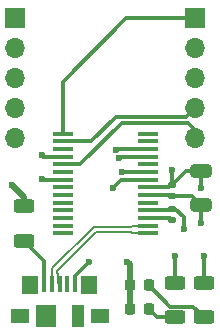
<source format=gtl>
G04 #@! TF.GenerationSoftware,KiCad,Pcbnew,8.0.4*
G04 #@! TF.CreationDate,2024-11-22T23:05:38-05:00*
G04 #@! TF.ProjectId,usb_to_uart_ft232rl,7573625f-746f-45f7-9561-72745f667432,rev?*
G04 #@! TF.SameCoordinates,Original*
G04 #@! TF.FileFunction,Copper,L1,Top*
G04 #@! TF.FilePolarity,Positive*
%FSLAX46Y46*%
G04 Gerber Fmt 4.6, Leading zero omitted, Abs format (unit mm)*
G04 Created by KiCad (PCBNEW 8.0.4) date 2024-11-22 23:05:38*
%MOMM*%
%LPD*%
G01*
G04 APERTURE LIST*
G04 Aperture macros list*
%AMRoundRect*
0 Rectangle with rounded corners*
0 $1 Rounding radius*
0 $2 $3 $4 $5 $6 $7 $8 $9 X,Y pos of 4 corners*
0 Add a 4 corners polygon primitive as box body*
4,1,4,$2,$3,$4,$5,$6,$7,$8,$9,$2,$3,0*
0 Add four circle primitives for the rounded corners*
1,1,$1+$1,$2,$3*
1,1,$1+$1,$4,$5*
1,1,$1+$1,$6,$7*
1,1,$1+$1,$8,$9*
0 Add four rect primitives between the rounded corners*
20,1,$1+$1,$2,$3,$4,$5,0*
20,1,$1+$1,$4,$5,$6,$7,0*
20,1,$1+$1,$6,$7,$8,$9,0*
20,1,$1+$1,$8,$9,$2,$3,0*%
G04 Aperture macros list end*
G04 #@! TA.AperFunction,ComponentPad*
%ADD10R,1.700000X1.700000*%
G04 #@! TD*
G04 #@! TA.AperFunction,ComponentPad*
%ADD11O,1.700000X1.700000*%
G04 #@! TD*
G04 #@! TA.AperFunction,SMDPad,CuDef*
%ADD12RoundRect,0.218750X0.218750X0.256250X-0.218750X0.256250X-0.218750X-0.256250X0.218750X-0.256250X0*%
G04 #@! TD*
G04 #@! TA.AperFunction,SMDPad,CuDef*
%ADD13R,0.450000X1.380000*%
G04 #@! TD*
G04 #@! TA.AperFunction,SMDPad,CuDef*
%ADD14R,1.650000X1.300000*%
G04 #@! TD*
G04 #@! TA.AperFunction,SMDPad,CuDef*
%ADD15R,1.425000X1.550000*%
G04 #@! TD*
G04 #@! TA.AperFunction,SMDPad,CuDef*
%ADD16R,1.800000X1.900000*%
G04 #@! TD*
G04 #@! TA.AperFunction,SMDPad,CuDef*
%ADD17R,1.000000X1.900000*%
G04 #@! TD*
G04 #@! TA.AperFunction,SMDPad,CuDef*
%ADD18RoundRect,0.140000X-0.170000X0.140000X-0.170000X-0.140000X0.170000X-0.140000X0.170000X0.140000X0*%
G04 #@! TD*
G04 #@! TA.AperFunction,SMDPad,CuDef*
%ADD19RoundRect,0.250000X0.625000X-0.312500X0.625000X0.312500X-0.625000X0.312500X-0.625000X-0.312500X0*%
G04 #@! TD*
G04 #@! TA.AperFunction,SMDPad,CuDef*
%ADD20RoundRect,0.250000X0.650000X-0.325000X0.650000X0.325000X-0.650000X0.325000X-0.650000X-0.325000X0*%
G04 #@! TD*
G04 #@! TA.AperFunction,SMDPad,CuDef*
%ADD21RoundRect,0.140000X0.170000X-0.140000X0.170000X0.140000X-0.170000X0.140000X-0.170000X-0.140000X0*%
G04 #@! TD*
G04 #@! TA.AperFunction,SMDPad,CuDef*
%ADD22R,1.750000X0.450000*%
G04 #@! TD*
G04 #@! TA.AperFunction,ViaPad*
%ADD23C,0.600000*%
G04 #@! TD*
G04 #@! TA.AperFunction,Conductor*
%ADD24C,0.300000*%
G04 #@! TD*
G04 #@! TA.AperFunction,Conductor*
%ADD25C,0.500000*%
G04 #@! TD*
G04 #@! TA.AperFunction,Conductor*
%ADD26C,0.200000*%
G04 #@! TD*
G04 APERTURE END LIST*
D10*
X100250000Y-40590000D03*
D11*
X100250000Y-43130000D03*
X100250000Y-45670000D03*
X100250000Y-48210000D03*
X100250000Y-50750000D03*
D10*
X115490000Y-40590000D03*
D11*
X115490000Y-43130000D03*
X115490000Y-45670000D03*
X115490000Y-48210000D03*
X115490000Y-50750000D03*
D12*
X111537500Y-65250000D03*
X109962500Y-65250000D03*
D13*
X102712500Y-63165000D03*
X103362500Y-63165000D03*
X104012500Y-63165000D03*
X104662500Y-63165000D03*
X105312500Y-63165000D03*
D14*
X100637500Y-65825000D03*
D15*
X101525000Y-63250000D03*
D16*
X102862500Y-65825000D03*
D17*
X105562500Y-65825000D03*
D15*
X106500000Y-63250000D03*
D14*
X107387500Y-65825000D03*
D18*
X113500000Y-56770000D03*
X113500000Y-57730000D03*
D12*
X109962500Y-63250000D03*
X111537500Y-63250000D03*
D19*
X101000000Y-59462500D03*
X101000000Y-56537500D03*
X113750000Y-65962500D03*
X113750000Y-63037500D03*
X116250000Y-65962500D03*
X116250000Y-63037500D03*
D20*
X116000000Y-56475000D03*
X116000000Y-53525000D03*
D21*
X113500000Y-55710000D03*
X113500000Y-54750000D03*
D22*
X104250000Y-50400000D03*
X104250000Y-51050000D03*
X104250000Y-51700000D03*
X104250000Y-52350000D03*
X104250000Y-53000000D03*
X104250000Y-53650000D03*
X104250000Y-54300000D03*
X104250000Y-54950000D03*
X104250000Y-55600000D03*
X104250000Y-56250000D03*
X104250000Y-56900000D03*
X104250000Y-57550000D03*
X104250000Y-58200000D03*
X104250000Y-58850000D03*
X111450000Y-58850000D03*
X111450000Y-58200000D03*
X111450000Y-57550000D03*
X111450000Y-56900000D03*
X111450000Y-56250000D03*
X111450000Y-55600000D03*
X111450000Y-54950000D03*
X111450000Y-54300000D03*
X111450000Y-53650000D03*
X111450000Y-53000000D03*
X111450000Y-52350000D03*
X111450000Y-51700000D03*
X111450000Y-51050000D03*
X111450000Y-50400000D03*
D23*
X114500000Y-58500000D03*
X113500000Y-53500000D03*
X109750000Y-61250000D03*
X100000000Y-54750000D03*
X106500000Y-61250000D03*
X109258848Y-53650000D03*
X108500000Y-55000000D03*
X116250000Y-60750000D03*
X113750000Y-60750000D03*
X116000000Y-55000000D03*
X116000000Y-58000000D03*
X102500000Y-52250000D03*
X102500000Y-54250000D03*
X108750000Y-51750000D03*
X109000000Y-52500000D03*
D24*
X114500000Y-57460001D02*
X114500000Y-58500000D01*
X113809999Y-56770000D02*
X114500000Y-57460001D01*
X113500000Y-56770000D02*
X113809999Y-56770000D01*
X113500000Y-54750000D02*
X113500000Y-53500000D01*
D25*
X109962500Y-61462500D02*
X109750000Y-61250000D01*
X109962500Y-63250000D02*
X109962500Y-61462500D01*
X101000000Y-55750000D02*
X100000000Y-54750000D01*
X101000000Y-56537500D02*
X101000000Y-55750000D01*
D24*
X105312500Y-62437500D02*
X106500000Y-61250000D01*
X105312500Y-63165000D02*
X105312500Y-62437500D01*
X109258848Y-53650000D02*
X111450000Y-53650000D01*
X108500000Y-55000000D02*
X109200000Y-54300000D01*
X109200000Y-54300000D02*
X111450000Y-54300000D01*
X116250000Y-63037500D02*
X116250000Y-60750000D01*
X113750000Y-63037500D02*
X113750000Y-60750000D01*
X112250000Y-65962500D02*
X113750000Y-65962500D01*
X111537500Y-65250000D02*
X112250000Y-65962500D01*
X115337500Y-65050000D02*
X116250000Y-65962500D01*
X113337500Y-65050000D02*
X115337500Y-65050000D01*
X111537500Y-63250000D02*
X113337500Y-65050000D01*
D26*
X106881800Y-58300000D02*
X103362500Y-61819300D01*
X103362500Y-61819300D02*
X103362500Y-63165000D01*
X111450000Y-58200000D02*
X110137499Y-58200000D01*
X110137499Y-58200000D02*
X110037499Y-58300000D01*
X103887500Y-63040000D02*
X104012500Y-63165000D01*
X103887500Y-62175000D02*
X103887500Y-63040000D01*
X103812501Y-62175000D02*
X103887500Y-62175000D01*
X110037499Y-58300000D02*
X106881800Y-58300000D01*
X107068200Y-58750000D02*
X103812501Y-62005699D01*
X103812501Y-62005699D02*
X103812501Y-62175000D01*
X110037499Y-58750000D02*
X107068200Y-58750000D01*
X110137499Y-58850000D02*
X110037499Y-58750000D01*
X111450000Y-58850000D02*
X110137499Y-58850000D01*
D25*
X109962500Y-63250000D02*
X109962500Y-65250000D01*
D24*
X116000000Y-53525000D02*
X116000000Y-55000000D01*
X116000000Y-56475000D02*
X116000000Y-58000000D01*
X102600000Y-52350000D02*
X102500000Y-52250000D01*
X104250000Y-52350000D02*
X102600000Y-52350000D01*
X104250000Y-46000000D02*
X109660000Y-40590000D01*
X109660000Y-40590000D02*
X115490000Y-40590000D01*
X104250000Y-50400000D02*
X104250000Y-46000000D01*
X102712500Y-61175000D02*
X101000000Y-59462500D01*
X102712500Y-63165000D02*
X102712500Y-61175000D01*
X113320000Y-57550000D02*
X111450000Y-57550000D01*
X113500000Y-57730000D02*
X113320000Y-57550000D01*
X113370000Y-56900000D02*
X111450000Y-56900000D01*
X113500000Y-56770000D02*
X113370000Y-56900000D01*
X115235000Y-55710000D02*
X116000000Y-56475000D01*
X113500000Y-55710000D02*
X115235000Y-55710000D01*
X114725000Y-53525000D02*
X116000000Y-53525000D01*
X113500000Y-54750000D02*
X114725000Y-53525000D01*
X113300000Y-54950000D02*
X111450000Y-54950000D01*
X113500000Y-54750000D02*
X113300000Y-54950000D01*
X113390000Y-55600000D02*
X111450000Y-55600000D01*
X113500000Y-55710000D02*
X113390000Y-55600000D01*
X102550000Y-54300000D02*
X102500000Y-54250000D01*
X104250000Y-54300000D02*
X102550000Y-54300000D01*
X105750000Y-53000000D02*
X104250000Y-53000000D01*
X109250000Y-49500000D02*
X105750000Y-53000000D01*
X115490000Y-50082894D02*
X114907106Y-49500000D01*
X114907106Y-49500000D02*
X109250000Y-49500000D01*
X115490000Y-50750000D02*
X115490000Y-50082894D01*
X114700000Y-49000000D02*
X115490000Y-48210000D01*
X108750000Y-49000000D02*
X114700000Y-49000000D01*
X106700000Y-51050000D02*
X108750000Y-49000000D01*
X104250000Y-51050000D02*
X106700000Y-51050000D01*
X109150000Y-52350000D02*
X109000000Y-52500000D01*
X111450000Y-52350000D02*
X109150000Y-52350000D01*
X108800000Y-51700000D02*
X108750000Y-51750000D01*
X111450000Y-51700000D02*
X108800000Y-51700000D01*
M02*

</source>
